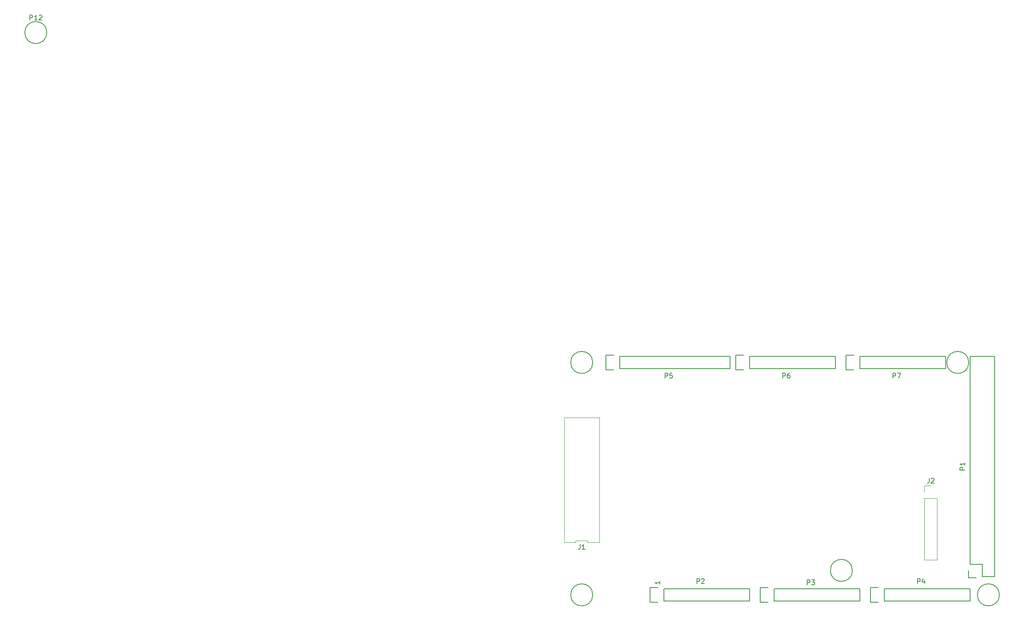
<source format=gbr>
G04 #@! TF.GenerationSoftware,KiCad,Pcbnew,(5.1.2)-1*
G04 #@! TF.CreationDate,2019-09-24T21:04:57+01:00*
G04 #@! TF.ProjectId,PET_IEEE,5045545f-4945-4454-952e-6b696361645f,rev?*
G04 #@! TF.SameCoordinates,Original*
G04 #@! TF.FileFunction,Legend,Top*
G04 #@! TF.FilePolarity,Positive*
%FSLAX46Y46*%
G04 Gerber Fmt 4.6, Leading zero omitted, Abs format (unit mm)*
G04 Created by KiCad (PCBNEW (5.1.2)-1) date 2019-09-24 21:04:57*
%MOMM*%
%LPD*%
G04 APERTURE LIST*
%ADD10C,0.150000*%
%ADD11C,0.120000*%
G04 APERTURE END LIST*
D10*
X131770380Y-116300285D02*
X131770380Y-116871714D01*
X131770380Y-116586000D02*
X130770380Y-116586000D01*
X130913238Y-116681238D01*
X131008476Y-116776476D01*
X131056095Y-116871714D01*
X4647001Y-2361001D02*
G75*
G03X4647001Y-2361001I-2286000J0D01*
G01*
D11*
X116784999Y-108230000D02*
X119214999Y-108230000D01*
X116784999Y-107870000D02*
X116784999Y-108230000D01*
X114355000Y-107870000D02*
X116784999Y-107870000D01*
X114355000Y-108230000D02*
X114355000Y-107870000D01*
X111925000Y-108230000D02*
X114355000Y-108230000D01*
X111925001Y-82270000D02*
X111925000Y-108230000D01*
X119215000Y-82270000D02*
X111925001Y-82270000D01*
X119214999Y-108230000D02*
X119215000Y-82270000D01*
X186630000Y-96460000D02*
X187960000Y-96460000D01*
X186630000Y-97790000D02*
X186630000Y-96460000D01*
X186630000Y-99060000D02*
X189290000Y-99060000D01*
X189290000Y-99060000D02*
X189290000Y-111820000D01*
X186630000Y-99060000D02*
X186630000Y-111820000D01*
X186630000Y-111820000D02*
X189290000Y-111820000D01*
D10*
X201168000Y-115316000D02*
X201168000Y-69596000D01*
X196088000Y-69596000D02*
X196088000Y-112776000D01*
X201168000Y-69596000D02*
X196088000Y-69596000D01*
X201168000Y-115316000D02*
X198628000Y-115316000D01*
X195808000Y-114046000D02*
X195808000Y-115596000D01*
X198628000Y-115316000D02*
X198628000Y-112776000D01*
X198628000Y-112776000D02*
X196088000Y-112776000D01*
X195808000Y-115596000D02*
X197358000Y-115596000D01*
X132588000Y-120396000D02*
X150368000Y-120396000D01*
X150368000Y-120396000D02*
X150368000Y-117856000D01*
X150368000Y-117856000D02*
X132588000Y-117856000D01*
X129768000Y-120676000D02*
X131318000Y-120676000D01*
X132588000Y-120396000D02*
X132588000Y-117856000D01*
X131318000Y-117576000D02*
X129768000Y-117576000D01*
X129768000Y-117576000D02*
X129768000Y-120676000D01*
X155448000Y-120396000D02*
X173228000Y-120396000D01*
X173228000Y-120396000D02*
X173228000Y-117856000D01*
X173228000Y-117856000D02*
X155448000Y-117856000D01*
X152628000Y-120676000D02*
X154178000Y-120676000D01*
X155448000Y-120396000D02*
X155448000Y-117856000D01*
X154178000Y-117576000D02*
X152628000Y-117576000D01*
X152628000Y-117576000D02*
X152628000Y-120676000D01*
X178308000Y-120396000D02*
X196088000Y-120396000D01*
X196088000Y-120396000D02*
X196088000Y-117856000D01*
X196088000Y-117856000D02*
X178308000Y-117856000D01*
X175488000Y-120676000D02*
X177038000Y-120676000D01*
X178308000Y-120396000D02*
X178308000Y-117856000D01*
X177038000Y-117576000D02*
X175488000Y-117576000D01*
X175488000Y-117576000D02*
X175488000Y-120676000D01*
X123444000Y-72136000D02*
X146304000Y-72136000D01*
X146304000Y-72136000D02*
X146304000Y-69596000D01*
X146304000Y-69596000D02*
X123444000Y-69596000D01*
X120624000Y-72416000D02*
X122174000Y-72416000D01*
X123444000Y-72136000D02*
X123444000Y-69596000D01*
X122174000Y-69316000D02*
X120624000Y-69316000D01*
X120624000Y-69316000D02*
X120624000Y-72416000D01*
X150368000Y-72136000D02*
X168148000Y-72136000D01*
X168148000Y-72136000D02*
X168148000Y-69596000D01*
X168148000Y-69596000D02*
X150368000Y-69596000D01*
X147548000Y-72416000D02*
X149098000Y-72416000D01*
X150368000Y-72136000D02*
X150368000Y-69596000D01*
X149098000Y-69316000D02*
X147548000Y-69316000D01*
X147548000Y-69316000D02*
X147548000Y-72416000D01*
X173228000Y-72136000D02*
X191008000Y-72136000D01*
X191008000Y-72136000D02*
X191008000Y-69596000D01*
X191008000Y-69596000D02*
X173228000Y-69596000D01*
X170408000Y-72416000D02*
X171958000Y-72416000D01*
X173228000Y-72136000D02*
X173228000Y-69596000D01*
X171958000Y-69316000D02*
X170408000Y-69316000D01*
X170408000Y-69316000D02*
X170408000Y-72416000D01*
X117856000Y-119126000D02*
G75*
G03X117856000Y-119126000I-2286000J0D01*
G01*
X171704000Y-114046000D02*
G75*
G03X171704000Y-114046000I-2286000J0D01*
G01*
X202184000Y-119126000D02*
G75*
G03X202184000Y-119126000I-2286000J0D01*
G01*
X117856000Y-70866000D02*
G75*
G03X117856000Y-70866000I-2286000J0D01*
G01*
X195834000Y-70866000D02*
G75*
G03X195834000Y-70866000I-2286000J0D01*
G01*
X1146715Y234618D02*
X1146715Y1234618D01*
X1527667Y1234618D01*
X1622905Y1186999D01*
X1670524Y1139379D01*
X1718143Y1044141D01*
X1718143Y901284D01*
X1670524Y806046D01*
X1622905Y758427D01*
X1527667Y710808D01*
X1146715Y710808D01*
X2670524Y234618D02*
X2099096Y234618D01*
X2384810Y234618D02*
X2384810Y1234618D01*
X2289572Y1091760D01*
X2194334Y996522D01*
X2099096Y948903D01*
X3051477Y1139379D02*
X3099096Y1186999D01*
X3194334Y1234618D01*
X3432429Y1234618D01*
X3527667Y1186999D01*
X3575286Y1139379D01*
X3622905Y1044141D01*
X3622905Y948903D01*
X3575286Y806046D01*
X3003858Y234618D01*
X3622905Y234618D01*
X115236666Y-108682380D02*
X115236666Y-109396666D01*
X115189047Y-109539523D01*
X115093809Y-109634761D01*
X114950952Y-109682380D01*
X114855714Y-109682380D01*
X116236666Y-109682380D02*
X115665238Y-109682380D01*
X115950952Y-109682380D02*
X115950952Y-108682380D01*
X115855714Y-108825238D01*
X115760476Y-108920476D01*
X115665238Y-108968095D01*
X187626666Y-94912380D02*
X187626666Y-95626666D01*
X187579047Y-95769523D01*
X187483809Y-95864761D01*
X187340952Y-95912380D01*
X187245714Y-95912380D01*
X188055238Y-95007619D02*
X188102857Y-94960000D01*
X188198095Y-94912380D01*
X188436190Y-94912380D01*
X188531428Y-94960000D01*
X188579047Y-95007619D01*
X188626666Y-95102857D01*
X188626666Y-95198095D01*
X188579047Y-95340952D01*
X188007619Y-95912380D01*
X188626666Y-95912380D01*
X195016380Y-93194095D02*
X194016380Y-93194095D01*
X194016380Y-92813142D01*
X194064000Y-92717904D01*
X194111619Y-92670285D01*
X194206857Y-92622666D01*
X194349714Y-92622666D01*
X194444952Y-92670285D01*
X194492571Y-92717904D01*
X194540190Y-92813142D01*
X194540190Y-93194095D01*
X195016380Y-91670285D02*
X195016380Y-92241714D01*
X195016380Y-91956000D02*
X194016380Y-91956000D01*
X194159238Y-92051238D01*
X194254476Y-92146476D01*
X194302095Y-92241714D01*
X139469904Y-116784380D02*
X139469904Y-115784380D01*
X139850857Y-115784380D01*
X139946095Y-115832000D01*
X139993714Y-115879619D01*
X140041333Y-115974857D01*
X140041333Y-116117714D01*
X139993714Y-116212952D01*
X139946095Y-116260571D01*
X139850857Y-116308190D01*
X139469904Y-116308190D01*
X140422285Y-115879619D02*
X140469904Y-115832000D01*
X140565142Y-115784380D01*
X140803238Y-115784380D01*
X140898476Y-115832000D01*
X140946095Y-115879619D01*
X140993714Y-115974857D01*
X140993714Y-116070095D01*
X140946095Y-116212952D01*
X140374666Y-116784380D01*
X140993714Y-116784380D01*
X162329904Y-117038380D02*
X162329904Y-116038380D01*
X162710857Y-116038380D01*
X162806095Y-116086000D01*
X162853714Y-116133619D01*
X162901333Y-116228857D01*
X162901333Y-116371714D01*
X162853714Y-116466952D01*
X162806095Y-116514571D01*
X162710857Y-116562190D01*
X162329904Y-116562190D01*
X163234666Y-116038380D02*
X163853714Y-116038380D01*
X163520380Y-116419333D01*
X163663238Y-116419333D01*
X163758476Y-116466952D01*
X163806095Y-116514571D01*
X163853714Y-116609809D01*
X163853714Y-116847904D01*
X163806095Y-116943142D01*
X163758476Y-116990761D01*
X163663238Y-117038380D01*
X163377523Y-117038380D01*
X163282285Y-116990761D01*
X163234666Y-116943142D01*
X185189904Y-116784380D02*
X185189904Y-115784380D01*
X185570857Y-115784380D01*
X185666095Y-115832000D01*
X185713714Y-115879619D01*
X185761333Y-115974857D01*
X185761333Y-116117714D01*
X185713714Y-116212952D01*
X185666095Y-116260571D01*
X185570857Y-116308190D01*
X185189904Y-116308190D01*
X186618476Y-116117714D02*
X186618476Y-116784380D01*
X186380380Y-115736761D02*
X186142285Y-116451047D01*
X186761333Y-116451047D01*
X132865904Y-74112380D02*
X132865904Y-73112380D01*
X133246857Y-73112380D01*
X133342095Y-73160000D01*
X133389714Y-73207619D01*
X133437333Y-73302857D01*
X133437333Y-73445714D01*
X133389714Y-73540952D01*
X133342095Y-73588571D01*
X133246857Y-73636190D01*
X132865904Y-73636190D01*
X134342095Y-73112380D02*
X133865904Y-73112380D01*
X133818285Y-73588571D01*
X133865904Y-73540952D01*
X133961142Y-73493333D01*
X134199238Y-73493333D01*
X134294476Y-73540952D01*
X134342095Y-73588571D01*
X134389714Y-73683809D01*
X134389714Y-73921904D01*
X134342095Y-74017142D01*
X134294476Y-74064761D01*
X134199238Y-74112380D01*
X133961142Y-74112380D01*
X133865904Y-74064761D01*
X133818285Y-74017142D01*
X157249904Y-74112380D02*
X157249904Y-73112380D01*
X157630857Y-73112380D01*
X157726095Y-73160000D01*
X157773714Y-73207619D01*
X157821333Y-73302857D01*
X157821333Y-73445714D01*
X157773714Y-73540952D01*
X157726095Y-73588571D01*
X157630857Y-73636190D01*
X157249904Y-73636190D01*
X158678476Y-73112380D02*
X158488000Y-73112380D01*
X158392761Y-73160000D01*
X158345142Y-73207619D01*
X158249904Y-73350476D01*
X158202285Y-73540952D01*
X158202285Y-73921904D01*
X158249904Y-74017142D01*
X158297523Y-74064761D01*
X158392761Y-74112380D01*
X158583238Y-74112380D01*
X158678476Y-74064761D01*
X158726095Y-74017142D01*
X158773714Y-73921904D01*
X158773714Y-73683809D01*
X158726095Y-73588571D01*
X158678476Y-73540952D01*
X158583238Y-73493333D01*
X158392761Y-73493333D01*
X158297523Y-73540952D01*
X158249904Y-73588571D01*
X158202285Y-73683809D01*
X180109904Y-74112380D02*
X180109904Y-73112380D01*
X180490857Y-73112380D01*
X180586095Y-73160000D01*
X180633714Y-73207619D01*
X180681333Y-73302857D01*
X180681333Y-73445714D01*
X180633714Y-73540952D01*
X180586095Y-73588571D01*
X180490857Y-73636190D01*
X180109904Y-73636190D01*
X181014666Y-73112380D02*
X181681333Y-73112380D01*
X181252761Y-74112380D01*
M02*

</source>
